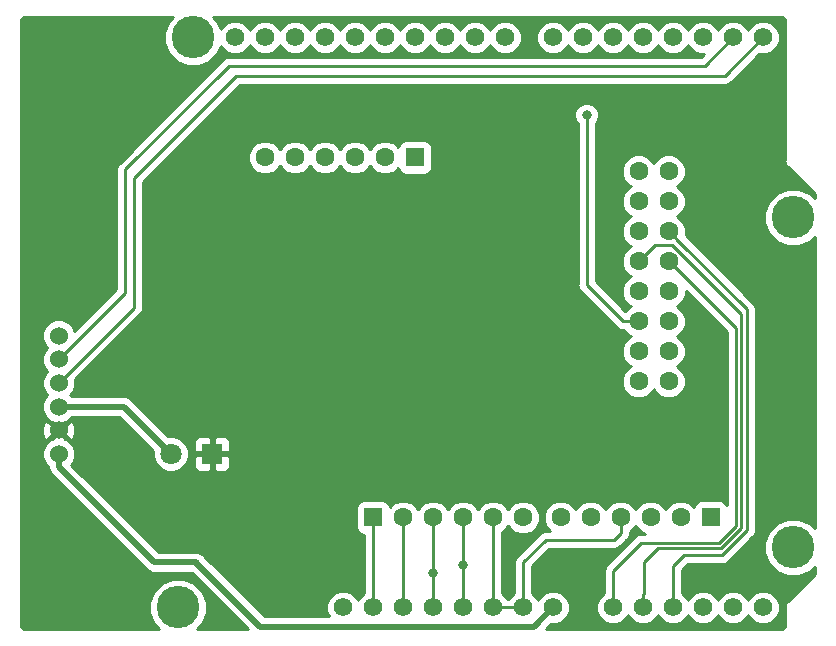
<source format=gbr>
G04 #@! TF.GenerationSoftware,KiCad,Pcbnew,(5.0.2)-1*
G04 #@! TF.CreationDate,2019-07-25T17:15:10-07:00*
G04 #@! TF.ProjectId,Arduino_uno_sheild,41726475-696e-46f5-9f75-6e6f5f736865,rev?*
G04 #@! TF.SameCoordinates,Original*
G04 #@! TF.FileFunction,Copper,L2,Bot*
G04 #@! TF.FilePolarity,Positive*
%FSLAX46Y46*%
G04 Gerber Fmt 4.6, Leading zero omitted, Abs format (unit mm)*
G04 Created by KiCad (PCBNEW (5.0.2)-1) date 7/25/2019 5:15:10 PM*
%MOMM*%
%LPD*%
G01*
G04 APERTURE LIST*
G04 #@! TA.AperFunction,ComponentPad*
%ADD10C,1.524000*%
G04 #@! TD*
G04 #@! TA.AperFunction,ComponentPad*
%ADD11C,1.560000*%
G04 #@! TD*
G04 #@! TA.AperFunction,WasherPad*
%ADD12C,3.600000*%
G04 #@! TD*
G04 #@! TA.AperFunction,ComponentPad*
%ADD13C,1.600000*%
G04 #@! TD*
G04 #@! TA.AperFunction,ComponentPad*
%ADD14R,1.600000X1.600000*%
G04 #@! TD*
G04 #@! TA.AperFunction,ComponentPad*
%ADD15C,1.800000*%
G04 #@! TD*
G04 #@! TA.AperFunction,ComponentPad*
%ADD16R,1.800000X1.800000*%
G04 #@! TD*
G04 #@! TA.AperFunction,ViaPad*
%ADD17C,0.800000*%
G04 #@! TD*
G04 #@! TA.AperFunction,Conductor*
%ADD18C,0.250000*%
G04 #@! TD*
G04 #@! TA.AperFunction,Conductor*
%ADD19C,0.500000*%
G04 #@! TD*
G04 #@! TA.AperFunction,Conductor*
%ADD20C,0.254000*%
G04 #@! TD*
G04 APERTURE END LIST*
D10*
G04 #@! TO.P,J5,1*
G04 #@! TO.N,+12V*
X3860800Y15544800D03*
G04 #@! TO.P,J5,2*
G04 #@! TO.N,+5V*
X3860800Y17544800D03*
G04 #@! TO.P,J5,3*
G04 #@! TO.N,GND*
X3860800Y19544800D03*
G04 #@! TO.P,J5,4*
G04 #@! TO.N,/RX*
X3860800Y21544800D03*
G04 #@! TO.P,J5,5*
G04 #@! TO.N,/TX*
X3860800Y23544800D03*
G04 #@! TO.P,J5,6*
G04 #@! TO.N,Net-(J5-Pad6)*
X3860800Y25544800D03*
G04 #@! TD*
D11*
G04 #@! TO.P,A1,31*
G04 #@! TO.N,Net-(A1-Pad31)*
X27940000Y2540000D03*
G04 #@! TO.P,A1,20*
G04 #@! TO.N,/IOREF*
X30480000Y2540000D03*
G04 #@! TO.P,A1,21*
G04 #@! TO.N,/RESET*
X33020000Y2540000D03*
G04 #@! TO.P,A1,22*
G04 #@! TO.N,/3.3V*
X35560000Y2540000D03*
G04 #@! TO.P,A1,23*
G04 #@! TO.N,/5V*
X38100000Y2540000D03*
G04 #@! TO.P,A1,24*
G04 #@! TO.N,GND*
X40640000Y2540000D03*
G04 #@! TO.P,A1,25*
X43180000Y2540000D03*
G04 #@! TO.P,A1,26*
G04 #@! TO.N,+12V*
X45720000Y2540000D03*
G04 #@! TO.P,A1,14*
G04 #@! TO.N,/A*
X50800000Y2540000D03*
G04 #@! TO.P,A1,15*
G04 #@! TO.N,/B*
X53340000Y2540000D03*
G04 #@! TO.P,A1,16*
G04 #@! TO.N,/C*
X55880000Y2540000D03*
G04 #@! TO.P,A1,17*
G04 #@! TO.N,/A3*
X58420000Y2540000D03*
G04 #@! TO.P,A1,18*
G04 #@! TO.N,/A4*
X60960000Y2540000D03*
G04 #@! TO.P,A1,19*
G04 #@! TO.N,/A5*
X63500000Y2540000D03*
G04 #@! TO.P,A1,30*
G04 #@! TO.N,/SCL*
X18796000Y50800000D03*
G04 #@! TO.P,A1,29*
G04 #@! TO.N,/SDA*
X21336000Y50800000D03*
G04 #@! TO.P,A1,28*
G04 #@! TO.N,/AREF*
X23876000Y50800000D03*
G04 #@! TO.P,A1,27*
G04 #@! TO.N,GND*
X26416000Y50800000D03*
G04 #@! TO.P,A1,13*
G04 #@! TO.N,/SCK*
X28956000Y50800000D03*
G04 #@! TO.P,A1,12*
G04 #@! TO.N,/MISO*
X31496000Y50800000D03*
G04 #@! TO.P,A1,11*
G04 #@! TO.N,/MOSI*
X34036000Y50800000D03*
G04 #@! TO.P,A1,10*
G04 #@! TO.N,/LAT*
X36576000Y50800000D03*
G04 #@! TO.P,A1,9*
G04 #@! TO.N,/OE*
X39116000Y50800000D03*
G04 #@! TO.P,A1,8*
G04 #@! TO.N,/CLK*
X41656000Y50800000D03*
G04 #@! TO.P,A1,7*
G04 #@! TO.N,/B2*
X45720000Y50800000D03*
G04 #@! TO.P,A1,6*
G04 #@! TO.N,/G2*
X48260000Y50800000D03*
G04 #@! TO.P,A1,5*
G04 #@! TO.N,/R2*
X50800000Y50800000D03*
G04 #@! TO.P,A1,4*
G04 #@! TO.N,/B1*
X53340000Y50800000D03*
G04 #@! TO.P,A1,3*
G04 #@! TO.N,/G1*
X55880000Y50800000D03*
G04 #@! TO.P,A1,2*
G04 #@! TO.N,/R1*
X58420000Y50800000D03*
G04 #@! TO.P,A1,1*
G04 #@! TO.N,/TX*
X60960000Y50800000D03*
G04 #@! TO.P,A1,0*
G04 #@! TO.N,/RX*
X63500000Y50800000D03*
D12*
G04 #@! TO.P,A1,*
G04 #@! TO.N,*
X15240000Y50800000D03*
X66040000Y35560000D03*
X66040000Y7620000D03*
X13970000Y2540000D03*
G04 #@! TD*
D13*
G04 #@! TO.P,J1,1*
G04 #@! TO.N,/R1*
X55524400Y21691600D03*
G04 #@! TO.P,J1,2*
G04 #@! TO.N,/G1*
X52984400Y21691600D03*
G04 #@! TO.P,J1,3*
G04 #@! TO.N,/B1*
X55524400Y24231600D03*
G04 #@! TO.P,J1,4*
G04 #@! TO.N,GND*
X52984400Y24231600D03*
G04 #@! TO.P,J1,5*
G04 #@! TO.N,/R2*
X55524400Y26771600D03*
G04 #@! TO.P,J1,6*
G04 #@! TO.N,/G2*
X52984400Y26771600D03*
G04 #@! TO.P,J1,7*
G04 #@! TO.N,/B2*
X55524400Y29311600D03*
G04 #@! TO.P,J1,8*
G04 #@! TO.N,GND*
X52984400Y29311600D03*
G04 #@! TO.P,J1,9*
G04 #@! TO.N,/A*
X55524400Y31851600D03*
G04 #@! TO.P,J1,10*
G04 #@! TO.N,/B*
X52984400Y31851600D03*
G04 #@! TO.P,J1,11*
G04 #@! TO.N,/C*
X55524400Y34391600D03*
G04 #@! TO.P,J1,12*
G04 #@! TO.N,GND*
X52984400Y34391600D03*
G04 #@! TO.P,J1,13*
G04 #@! TO.N,/CLK*
X55524400Y36931600D03*
G04 #@! TO.P,J1,14*
G04 #@! TO.N,/LAT*
X52984400Y36931600D03*
G04 #@! TO.P,J1,15*
G04 #@! TO.N,/OE*
X55524400Y39471600D03*
G04 #@! TO.P,J1,16*
G04 #@! TO.N,GND*
X52984400Y39471600D03*
G04 #@! TD*
G04 #@! TO.P,J2,6*
G04 #@! TO.N,/SDA*
X46355000Y10160000D03*
G04 #@! TO.P,J2,5*
G04 #@! TO.N,/SCL*
X48895000Y10160000D03*
G04 #@! TO.P,J2,4*
G04 #@! TO.N,GND*
X51435000Y10160000D03*
G04 #@! TO.P,J2,3*
G04 #@! TO.N,/A3*
X53975000Y10160000D03*
G04 #@! TO.P,J2,2*
G04 #@! TO.N,/A4*
X56515000Y10160000D03*
D14*
G04 #@! TO.P,J2,1*
G04 #@! TO.N,/A5*
X59055000Y10160000D03*
G04 #@! TD*
D13*
G04 #@! TO.P,J3,6*
G04 #@! TO.N,Net-(J3-Pad6)*
X43180000Y10160000D03*
G04 #@! TO.P,J3,5*
G04 #@! TO.N,GND*
X40640000Y10160000D03*
G04 #@! TO.P,J3,4*
G04 #@! TO.N,/5V*
X38100000Y10160000D03*
G04 #@! TO.P,J3,3*
G04 #@! TO.N,/3.3V*
X35560000Y10160000D03*
G04 #@! TO.P,J3,2*
G04 #@! TO.N,/RESET*
X33020000Y10160000D03*
D14*
G04 #@! TO.P,J3,1*
G04 #@! TO.N,/IOREF*
X30480000Y10160000D03*
G04 #@! TD*
D13*
G04 #@! TO.P,J4,6*
G04 #@! TO.N,Net-(J4-Pad6)*
X21336000Y40640000D03*
G04 #@! TO.P,J4,5*
G04 #@! TO.N,/AREF*
X23876000Y40640000D03*
G04 #@! TO.P,J4,4*
G04 #@! TO.N,GND*
X26416000Y40640000D03*
G04 #@! TO.P,J4,3*
G04 #@! TO.N,/SCK*
X28956000Y40640000D03*
G04 #@! TO.P,J4,2*
G04 #@! TO.N,/MISO*
X31496000Y40640000D03*
D14*
G04 #@! TO.P,J4,1*
G04 #@! TO.N,/MOSI*
X34036000Y40640000D03*
G04 #@! TD*
D15*
G04 #@! TO.P,J6,2*
G04 #@! TO.N,GND*
X13365600Y15544800D03*
D16*
G04 #@! TO.P,J6,1*
G04 #@! TO.N,+5V*
X16865600Y15544800D03*
G04 #@! TD*
D17*
G04 #@! TO.N,/G2*
X48564800Y44246800D03*
G04 #@! TO.N,/5V*
X38100000Y6096000D03*
G04 #@! TO.N,/3.3V*
X35560000Y5435600D03*
G04 #@! TD*
D18*
G04 #@! TO.N,/RX*
X63500000Y50800000D02*
X60248800Y47548800D01*
X60248800Y47548800D02*
X18897600Y47548800D01*
X18897600Y47548800D02*
X10210800Y38862000D01*
X10210800Y27894800D02*
X3860800Y21544800D01*
X10210800Y38862000D02*
X10210800Y27894800D01*
G04 #@! TO.N,/TX*
X58572400Y48412400D02*
X18288000Y48412400D01*
X60960000Y50800000D02*
X58572400Y48412400D01*
X18288000Y48412400D02*
X9499600Y39624000D01*
X9499600Y29183600D02*
X3860800Y23544800D01*
X9499600Y39624000D02*
X9499600Y29183600D01*
G04 #@! TO.N,/G2*
X48564800Y44246800D02*
X48564800Y29870400D01*
X51663600Y26771600D02*
X52984400Y26771600D01*
X48564800Y29870400D02*
X51663600Y26771600D01*
G04 #@! TO.N,GND*
X40640000Y9028630D02*
X40640000Y2540000D01*
X40640000Y10160000D02*
X40640000Y9028630D01*
X40640000Y2540000D02*
X43180000Y2540000D01*
X43180000Y2540000D02*
X43180000Y6350000D01*
X43180000Y6350000D02*
X45085000Y8255000D01*
X45085000Y8255000D02*
X50863500Y8255000D01*
X51435000Y8826500D02*
X51435000Y10160000D01*
X50863500Y8255000D02*
X51435000Y8826500D01*
D19*
X9365600Y19544800D02*
X13365600Y15544800D01*
X3860800Y19544800D02*
X9365600Y19544800D01*
D18*
G04 #@! TO.N,/C*
X55880000Y2540000D02*
X55880000Y6045200D01*
X55880000Y6045200D02*
X56794400Y6959600D01*
X56324399Y33591601D02*
X55524400Y34391600D01*
X62114020Y27801980D02*
X56324399Y33591601D01*
X62114020Y9076000D02*
X62114020Y27801980D01*
X59997618Y6959600D02*
X62114020Y9076000D01*
X56794400Y6959600D02*
X59997618Y6959600D01*
G04 #@! TO.N,/B*
X53340000Y3643086D02*
X53390800Y3693886D01*
X53340000Y2540000D02*
X53340000Y3643086D01*
X53390800Y6350000D02*
X54617190Y7576390D01*
X53390800Y3693886D02*
X53390800Y6350000D01*
X61664010Y27376992D02*
X55817802Y33223200D01*
X61664010Y9262400D02*
X61664010Y27376992D01*
X54617190Y7576390D02*
X59978001Y7576391D01*
X59978001Y7576391D02*
X61664010Y9262400D01*
X54356000Y33223200D02*
X52984400Y31851600D01*
X55817802Y33223200D02*
X54356000Y33223200D01*
G04 #@! TO.N,/A*
X50800000Y2540000D02*
X50800000Y5638800D01*
X50800000Y5638800D02*
X53187600Y8026400D01*
X53187600Y8026400D02*
X59791600Y8026400D01*
X59791600Y8026400D02*
X61214000Y9448800D01*
X61214000Y26162000D02*
X55524400Y31851600D01*
X61214000Y9448800D02*
X61214000Y26162000D01*
D19*
G04 #@! TO.N,+12V*
X44094400Y914400D02*
X45720000Y2540000D01*
X20929600Y914400D02*
X44094400Y914400D01*
X15494000Y6350000D02*
X15595600Y6248400D01*
X11977970Y6350000D02*
X15494000Y6350000D01*
X3860800Y14467170D02*
X11977970Y6350000D01*
X3860800Y15544800D02*
X3860800Y14467170D01*
X15595600Y6248400D02*
X20929600Y914400D01*
D18*
G04 #@! TO.N,/5V*
X38100000Y10160000D02*
X38100000Y9028630D01*
X38100000Y9028630D02*
X38100000Y6096000D01*
X38100000Y6096000D02*
X38100000Y2540000D01*
G04 #@! TO.N,/3.3V*
X35560000Y5435600D02*
X35560000Y2540000D01*
X35560000Y10160000D02*
X35560000Y5435600D01*
G04 #@! TO.N,/RESET*
X33020000Y2540000D02*
X33020000Y10160000D01*
G04 #@! TO.N,/IOREF*
X30480000Y2540000D02*
X30480000Y10160000D01*
G04 #@! TD*
D20*
G04 #@! TO.N,+5V*
G36*
X13550229Y52553838D02*
X13175707Y52179316D01*
X12805000Y51284352D01*
X12805000Y50315648D01*
X13175707Y49420684D01*
X13860684Y48735707D01*
X14755648Y48365000D01*
X15724352Y48365000D01*
X16619316Y48735707D01*
X17304293Y49420684D01*
X17570020Y50062205D01*
X17596421Y49998467D01*
X17994467Y49600421D01*
X18514539Y49385000D01*
X19077461Y49385000D01*
X19597533Y49600421D01*
X19995579Y49998467D01*
X20066000Y50168478D01*
X20136421Y49998467D01*
X20534467Y49600421D01*
X21054539Y49385000D01*
X21617461Y49385000D01*
X22137533Y49600421D01*
X22535579Y49998467D01*
X22606000Y50168478D01*
X22676421Y49998467D01*
X23074467Y49600421D01*
X23594539Y49385000D01*
X24157461Y49385000D01*
X24677533Y49600421D01*
X25075579Y49998467D01*
X25146000Y50168478D01*
X25216421Y49998467D01*
X25614467Y49600421D01*
X26134539Y49385000D01*
X26697461Y49385000D01*
X27217533Y49600421D01*
X27615579Y49998467D01*
X27686000Y50168478D01*
X27756421Y49998467D01*
X28154467Y49600421D01*
X28674539Y49385000D01*
X29237461Y49385000D01*
X29757533Y49600421D01*
X30155579Y49998467D01*
X30226000Y50168478D01*
X30296421Y49998467D01*
X30694467Y49600421D01*
X31214539Y49385000D01*
X31777461Y49385000D01*
X32297533Y49600421D01*
X32695579Y49998467D01*
X32766000Y50168478D01*
X32836421Y49998467D01*
X33234467Y49600421D01*
X33754539Y49385000D01*
X34317461Y49385000D01*
X34837533Y49600421D01*
X35235579Y49998467D01*
X35306000Y50168478D01*
X35376421Y49998467D01*
X35774467Y49600421D01*
X36294539Y49385000D01*
X36857461Y49385000D01*
X37377533Y49600421D01*
X37775579Y49998467D01*
X37846000Y50168478D01*
X37916421Y49998467D01*
X38314467Y49600421D01*
X38834539Y49385000D01*
X39397461Y49385000D01*
X39917533Y49600421D01*
X40315579Y49998467D01*
X40386000Y50168478D01*
X40456421Y49998467D01*
X40854467Y49600421D01*
X41374539Y49385000D01*
X41937461Y49385000D01*
X42457533Y49600421D01*
X42855579Y49998467D01*
X43071000Y50518539D01*
X43071000Y51081461D01*
X42855579Y51601533D01*
X42457533Y51999579D01*
X41937461Y52215000D01*
X41374539Y52215000D01*
X40854467Y51999579D01*
X40456421Y51601533D01*
X40386000Y51431522D01*
X40315579Y51601533D01*
X39917533Y51999579D01*
X39397461Y52215000D01*
X38834539Y52215000D01*
X38314467Y51999579D01*
X37916421Y51601533D01*
X37846000Y51431522D01*
X37775579Y51601533D01*
X37377533Y51999579D01*
X36857461Y52215000D01*
X36294539Y52215000D01*
X35774467Y51999579D01*
X35376421Y51601533D01*
X35306000Y51431522D01*
X35235579Y51601533D01*
X34837533Y51999579D01*
X34317461Y52215000D01*
X33754539Y52215000D01*
X33234467Y51999579D01*
X32836421Y51601533D01*
X32766000Y51431522D01*
X32695579Y51601533D01*
X32297533Y51999579D01*
X31777461Y52215000D01*
X31214539Y52215000D01*
X30694467Y51999579D01*
X30296421Y51601533D01*
X30226000Y51431522D01*
X30155579Y51601533D01*
X29757533Y51999579D01*
X29237461Y52215000D01*
X28674539Y52215000D01*
X28154467Y51999579D01*
X27756421Y51601533D01*
X27686000Y51431522D01*
X27615579Y51601533D01*
X27217533Y51999579D01*
X26697461Y52215000D01*
X26134539Y52215000D01*
X25614467Y51999579D01*
X25216421Y51601533D01*
X25146000Y51431522D01*
X25075579Y51601533D01*
X24677533Y51999579D01*
X24157461Y52215000D01*
X23594539Y52215000D01*
X23074467Y51999579D01*
X22676421Y51601533D01*
X22606000Y51431522D01*
X22535579Y51601533D01*
X22137533Y51999579D01*
X21617461Y52215000D01*
X21054539Y52215000D01*
X20534467Y51999579D01*
X20136421Y51601533D01*
X20066000Y51431522D01*
X19995579Y51601533D01*
X19597533Y51999579D01*
X19077461Y52215000D01*
X18514539Y52215000D01*
X17994467Y51999579D01*
X17596421Y51601533D01*
X17570020Y51537795D01*
X17304293Y52179316D01*
X16933088Y52550521D01*
X65132252Y52503267D01*
X65330000Y52325293D01*
X65330001Y40455929D01*
X65316091Y40386000D01*
X65358673Y40171929D01*
X65371196Y40108972D01*
X65528120Y39874119D01*
X65587402Y39834508D01*
X67870000Y37551909D01*
X67870000Y37173609D01*
X67419316Y37624293D01*
X66524352Y37995000D01*
X65555648Y37995000D01*
X64660684Y37624293D01*
X63975707Y36939316D01*
X63605000Y36044352D01*
X63605000Y35075648D01*
X63975707Y34180684D01*
X64660684Y33495707D01*
X65555648Y33125000D01*
X66524352Y33125000D01*
X67419316Y33495707D01*
X67870000Y33946391D01*
X67870001Y9233608D01*
X67419316Y9684293D01*
X66524352Y10055000D01*
X65555648Y10055000D01*
X64660684Y9684293D01*
X63975707Y8999316D01*
X63605000Y8104352D01*
X63605000Y7135648D01*
X63975707Y6240684D01*
X64660684Y5555707D01*
X65555648Y5185000D01*
X66524352Y5185000D01*
X67419316Y5555707D01*
X67870001Y6006392D01*
X67870001Y5374092D01*
X65587402Y3091492D01*
X65528119Y3051880D01*
X65371195Y2817027D01*
X65330000Y2609926D01*
X65316091Y2540000D01*
X65330000Y2470075D01*
X65330001Y887707D01*
X65132549Y710000D01*
X45141578Y710000D01*
X45556579Y1125000D01*
X46001461Y1125000D01*
X46521533Y1340421D01*
X46919579Y1738467D01*
X47135000Y2258539D01*
X47135000Y2821461D01*
X46919579Y3341533D01*
X46521533Y3739579D01*
X46001461Y3955000D01*
X45438539Y3955000D01*
X44918467Y3739579D01*
X44520421Y3341533D01*
X44450000Y3171522D01*
X44379579Y3341533D01*
X43981533Y3739579D01*
X43940000Y3756783D01*
X43940000Y6035199D01*
X45399802Y7495000D01*
X50788653Y7495000D01*
X50863500Y7480112D01*
X50938347Y7495000D01*
X50938352Y7495000D01*
X51160037Y7539096D01*
X51411429Y7707071D01*
X51453831Y7770530D01*
X51919473Y8236171D01*
X51982929Y8278571D01*
X52150904Y8529963D01*
X52195000Y8751648D01*
X52195000Y8751652D01*
X52209888Y8826499D01*
X52195000Y8901346D01*
X52195000Y8921570D01*
X52247862Y8943466D01*
X52651534Y9347138D01*
X52705000Y9476216D01*
X52758466Y9347138D01*
X53162138Y8943466D01*
X53541328Y8786400D01*
X53262446Y8786400D01*
X53187599Y8801288D01*
X53112752Y8786400D01*
X53112748Y8786400D01*
X52891063Y8742304D01*
X52865166Y8725000D01*
X52703126Y8616729D01*
X52703124Y8616727D01*
X52639671Y8574329D01*
X52597273Y8510876D01*
X50315528Y6229129D01*
X50252072Y6186729D01*
X50209672Y6123273D01*
X50209671Y6123272D01*
X50084097Y5935337D01*
X50025112Y5638800D01*
X50040001Y5563948D01*
X50040000Y3756783D01*
X49998467Y3739579D01*
X49600421Y3341533D01*
X49385000Y2821461D01*
X49385000Y2258539D01*
X49600421Y1738467D01*
X49998467Y1340421D01*
X50518539Y1125000D01*
X51081461Y1125000D01*
X51601533Y1340421D01*
X51999579Y1738467D01*
X52070000Y1908478D01*
X52140421Y1738467D01*
X52538467Y1340421D01*
X53058539Y1125000D01*
X53621461Y1125000D01*
X54141533Y1340421D01*
X54539579Y1738467D01*
X54610000Y1908478D01*
X54680421Y1738467D01*
X55078467Y1340421D01*
X55598539Y1125000D01*
X56161461Y1125000D01*
X56681533Y1340421D01*
X57079579Y1738467D01*
X57150000Y1908478D01*
X57220421Y1738467D01*
X57618467Y1340421D01*
X58138539Y1125000D01*
X58701461Y1125000D01*
X59221533Y1340421D01*
X59619579Y1738467D01*
X59690000Y1908478D01*
X59760421Y1738467D01*
X60158467Y1340421D01*
X60678539Y1125000D01*
X61241461Y1125000D01*
X61761533Y1340421D01*
X62159579Y1738467D01*
X62230000Y1908478D01*
X62300421Y1738467D01*
X62698467Y1340421D01*
X63218539Y1125000D01*
X63781461Y1125000D01*
X64301533Y1340421D01*
X64699579Y1738467D01*
X64915000Y2258539D01*
X64915000Y2821461D01*
X64699579Y3341533D01*
X64301533Y3739579D01*
X63781461Y3955000D01*
X63218539Y3955000D01*
X62698467Y3739579D01*
X62300421Y3341533D01*
X62230000Y3171522D01*
X62159579Y3341533D01*
X61761533Y3739579D01*
X61241461Y3955000D01*
X60678539Y3955000D01*
X60158467Y3739579D01*
X59760421Y3341533D01*
X59690000Y3171522D01*
X59619579Y3341533D01*
X59221533Y3739579D01*
X58701461Y3955000D01*
X58138539Y3955000D01*
X57618467Y3739579D01*
X57220421Y3341533D01*
X57150000Y3171522D01*
X57079579Y3341533D01*
X56681533Y3739579D01*
X56640000Y3756783D01*
X56640000Y5730399D01*
X57109202Y6199600D01*
X59922771Y6199600D01*
X59997618Y6184712D01*
X60072466Y6199600D01*
X60072470Y6199600D01*
X60294155Y6243696D01*
X60545547Y6411671D01*
X60587949Y6475129D01*
X62598496Y8485673D01*
X62661949Y8528071D01*
X62704347Y8591524D01*
X62704349Y8591526D01*
X62805095Y8742304D01*
X62829924Y8779463D01*
X62874020Y9001148D01*
X62874020Y9001152D01*
X62888908Y9075999D01*
X62874020Y9150847D01*
X62874020Y27727132D01*
X62888908Y27801980D01*
X62874020Y27876828D01*
X62874020Y27876832D01*
X62829924Y28098517D01*
X62661949Y28349909D01*
X62598493Y28392309D01*
X56937503Y34053298D01*
X56959400Y34106161D01*
X56959400Y34677039D01*
X56740934Y35204462D01*
X56337262Y35608134D01*
X56208184Y35661600D01*
X56337262Y35715066D01*
X56740934Y36118738D01*
X56959400Y36646161D01*
X56959400Y37217039D01*
X56740934Y37744462D01*
X56337262Y38148134D01*
X56208184Y38201600D01*
X56337262Y38255066D01*
X56740934Y38658738D01*
X56959400Y39186161D01*
X56959400Y39757039D01*
X56740934Y40284462D01*
X56337262Y40688134D01*
X55809839Y40906600D01*
X55238961Y40906600D01*
X54711538Y40688134D01*
X54307866Y40284462D01*
X54254400Y40155384D01*
X54200934Y40284462D01*
X53797262Y40688134D01*
X53269839Y40906600D01*
X52698961Y40906600D01*
X52171538Y40688134D01*
X51767866Y40284462D01*
X51549400Y39757039D01*
X51549400Y39186161D01*
X51767866Y38658738D01*
X52171538Y38255066D01*
X52300616Y38201600D01*
X52171538Y38148134D01*
X51767866Y37744462D01*
X51549400Y37217039D01*
X51549400Y36646161D01*
X51767866Y36118738D01*
X52171538Y35715066D01*
X52300616Y35661600D01*
X52171538Y35608134D01*
X51767866Y35204462D01*
X51549400Y34677039D01*
X51549400Y34106161D01*
X51767866Y33578738D01*
X52171538Y33175066D01*
X52300616Y33121600D01*
X52171538Y33068134D01*
X51767866Y32664462D01*
X51549400Y32137039D01*
X51549400Y31566161D01*
X51767866Y31038738D01*
X52171538Y30635066D01*
X52300616Y30581600D01*
X52171538Y30528134D01*
X51767866Y30124462D01*
X51549400Y29597039D01*
X51549400Y29026161D01*
X51767866Y28498738D01*
X52171538Y28095066D01*
X52300616Y28041600D01*
X52171538Y27988134D01*
X51846703Y27663299D01*
X49324800Y30185201D01*
X49324800Y43543089D01*
X49442231Y43660520D01*
X49599800Y44040926D01*
X49599800Y44452674D01*
X49442231Y44833080D01*
X49151080Y45124231D01*
X48770674Y45281800D01*
X48358926Y45281800D01*
X47978520Y45124231D01*
X47687369Y44833080D01*
X47529800Y44452674D01*
X47529800Y44040926D01*
X47687369Y43660520D01*
X47804800Y43543089D01*
X47804801Y29945252D01*
X47789912Y29870400D01*
X47804801Y29795548D01*
X47848897Y29573863D01*
X48016872Y29322471D01*
X48080328Y29280071D01*
X51073271Y26287127D01*
X51115671Y26223671D01*
X51367063Y26055696D01*
X51588748Y26011600D01*
X51588753Y26011600D01*
X51663600Y25996712D01*
X51738447Y26011600D01*
X51745970Y26011600D01*
X51767866Y25958738D01*
X52171538Y25555066D01*
X52300616Y25501600D01*
X52171538Y25448134D01*
X51767866Y25044462D01*
X51549400Y24517039D01*
X51549400Y23946161D01*
X51767866Y23418738D01*
X52171538Y23015066D01*
X52300616Y22961600D01*
X52171538Y22908134D01*
X51767866Y22504462D01*
X51549400Y21977039D01*
X51549400Y21406161D01*
X51767866Y20878738D01*
X52171538Y20475066D01*
X52698961Y20256600D01*
X53269839Y20256600D01*
X53797262Y20475066D01*
X54200934Y20878738D01*
X54254400Y21007816D01*
X54307866Y20878738D01*
X54711538Y20475066D01*
X55238961Y20256600D01*
X55809839Y20256600D01*
X56337262Y20475066D01*
X56740934Y20878738D01*
X56959400Y21406161D01*
X56959400Y21977039D01*
X56740934Y22504462D01*
X56337262Y22908134D01*
X56208184Y22961600D01*
X56337262Y23015066D01*
X56740934Y23418738D01*
X56959400Y23946161D01*
X56959400Y24517039D01*
X56740934Y25044462D01*
X56337262Y25448134D01*
X56208184Y25501600D01*
X56337262Y25555066D01*
X56740934Y25958738D01*
X56959400Y26486161D01*
X56959400Y27057039D01*
X56740934Y27584462D01*
X56337262Y27988134D01*
X56208184Y28041600D01*
X56337262Y28095066D01*
X56740934Y28498738D01*
X56959400Y29026161D01*
X56959400Y29341798D01*
X60454001Y25847196D01*
X60454000Y11203526D01*
X60453157Y11207765D01*
X60312809Y11417809D01*
X60102765Y11558157D01*
X59855000Y11607440D01*
X58255000Y11607440D01*
X58007235Y11558157D01*
X57797191Y11417809D01*
X57656843Y11207765D01*
X57630262Y11074134D01*
X57327862Y11376534D01*
X56800439Y11595000D01*
X56229561Y11595000D01*
X55702138Y11376534D01*
X55298466Y10972862D01*
X55245000Y10843784D01*
X55191534Y10972862D01*
X54787862Y11376534D01*
X54260439Y11595000D01*
X53689561Y11595000D01*
X53162138Y11376534D01*
X52758466Y10972862D01*
X52705000Y10843784D01*
X52651534Y10972862D01*
X52247862Y11376534D01*
X51720439Y11595000D01*
X51149561Y11595000D01*
X50622138Y11376534D01*
X50218466Y10972862D01*
X50165000Y10843784D01*
X50111534Y10972862D01*
X49707862Y11376534D01*
X49180439Y11595000D01*
X48609561Y11595000D01*
X48082138Y11376534D01*
X47678466Y10972862D01*
X47625000Y10843784D01*
X47571534Y10972862D01*
X47167862Y11376534D01*
X46640439Y11595000D01*
X46069561Y11595000D01*
X45542138Y11376534D01*
X45138466Y10972862D01*
X44920000Y10445439D01*
X44920000Y9874561D01*
X45138466Y9347138D01*
X45470604Y9015000D01*
X45159848Y9015000D01*
X45085000Y9029888D01*
X45010152Y9015000D01*
X45010148Y9015000D01*
X44836605Y8980480D01*
X44788462Y8970904D01*
X44683651Y8900871D01*
X44537071Y8802929D01*
X44494671Y8739473D01*
X42695528Y6940329D01*
X42632072Y6897929D01*
X42589672Y6834473D01*
X42589671Y6834472D01*
X42464097Y6646537D01*
X42405112Y6350000D01*
X42420001Y6275148D01*
X42420000Y3756783D01*
X42378467Y3739579D01*
X41980421Y3341533D01*
X41963217Y3300000D01*
X41856783Y3300000D01*
X41839579Y3341533D01*
X41441533Y3739579D01*
X41400000Y3756783D01*
X41400000Y8921570D01*
X41452862Y8943466D01*
X41856534Y9347138D01*
X41910000Y9476216D01*
X41963466Y9347138D01*
X42367138Y8943466D01*
X42894561Y8725000D01*
X43465439Y8725000D01*
X43992862Y8943466D01*
X44396534Y9347138D01*
X44615000Y9874561D01*
X44615000Y10445439D01*
X44396534Y10972862D01*
X43992862Y11376534D01*
X43465439Y11595000D01*
X42894561Y11595000D01*
X42367138Y11376534D01*
X41963466Y10972862D01*
X41910000Y10843784D01*
X41856534Y10972862D01*
X41452862Y11376534D01*
X40925439Y11595000D01*
X40354561Y11595000D01*
X39827138Y11376534D01*
X39423466Y10972862D01*
X39370000Y10843784D01*
X39316534Y10972862D01*
X38912862Y11376534D01*
X38385439Y11595000D01*
X37814561Y11595000D01*
X37287138Y11376534D01*
X36883466Y10972862D01*
X36830000Y10843784D01*
X36776534Y10972862D01*
X36372862Y11376534D01*
X35845439Y11595000D01*
X35274561Y11595000D01*
X34747138Y11376534D01*
X34343466Y10972862D01*
X34290000Y10843784D01*
X34236534Y10972862D01*
X33832862Y11376534D01*
X33305439Y11595000D01*
X32734561Y11595000D01*
X32207138Y11376534D01*
X31904738Y11074134D01*
X31878157Y11207765D01*
X31737809Y11417809D01*
X31527765Y11558157D01*
X31280000Y11607440D01*
X29680000Y11607440D01*
X29432235Y11558157D01*
X29222191Y11417809D01*
X29081843Y11207765D01*
X29032560Y10960000D01*
X29032560Y9360000D01*
X29081843Y9112235D01*
X29222191Y8902191D01*
X29432235Y8761843D01*
X29680000Y8712560D01*
X29720001Y8712560D01*
X29720000Y3756783D01*
X29678467Y3739579D01*
X29280421Y3341533D01*
X29210000Y3171522D01*
X29139579Y3341533D01*
X28741533Y3739579D01*
X28221461Y3955000D01*
X27658539Y3955000D01*
X27138467Y3739579D01*
X26740421Y3341533D01*
X26525000Y2821461D01*
X26525000Y2258539D01*
X26715182Y1799400D01*
X21296179Y1799400D01*
X16181425Y6914153D01*
X16132049Y6988049D01*
X15839310Y7183652D01*
X15581165Y7235000D01*
X15581161Y7235000D01*
X15494000Y7252337D01*
X15406839Y7235000D01*
X12344549Y7235000D01*
X4935603Y14643946D01*
X5045120Y14753463D01*
X5257800Y15266919D01*
X5257800Y15822681D01*
X5045120Y16336137D01*
X4652137Y16729120D01*
X4387089Y16838906D01*
X3860800Y17365195D01*
X3334511Y16838906D01*
X3069463Y16729120D01*
X2676480Y16336137D01*
X2463800Y15822681D01*
X2463800Y15266919D01*
X2676480Y14753463D01*
X2959178Y14470765D01*
X2958463Y14467170D01*
X3027148Y14121861D01*
X3173376Y13903016D01*
X3173378Y13903014D01*
X3222752Y13829121D01*
X3296645Y13779747D01*
X11290547Y5785844D01*
X11339921Y5711951D01*
X11413814Y5662577D01*
X11413815Y5662576D01*
X11491975Y5610351D01*
X11632660Y5516348D01*
X11890805Y5465000D01*
X11890809Y5465000D01*
X11977970Y5447663D01*
X12065131Y5465000D01*
X15127422Y5465000D01*
X19882421Y710000D01*
X15583609Y710000D01*
X16034293Y1160684D01*
X16405000Y2055648D01*
X16405000Y3024352D01*
X16034293Y3919316D01*
X15349316Y4604293D01*
X14454352Y4975000D01*
X13485648Y4975000D01*
X12590684Y4604293D01*
X11905707Y3919316D01*
X11535000Y3024352D01*
X11535000Y2055648D01*
X11905707Y1160684D01*
X12356391Y710000D01*
X929091Y710000D01*
X710000Y929091D01*
X710000Y17752498D01*
X2451656Y17752498D01*
X2479438Y17197432D01*
X2638403Y16813657D01*
X2880587Y16744192D01*
X3681195Y17544800D01*
X4040405Y17544800D01*
X4841013Y16744192D01*
X5083197Y16813657D01*
X5269944Y17337102D01*
X5242162Y17892168D01*
X5083197Y18275943D01*
X4841013Y18345408D01*
X4040405Y17544800D01*
X3681195Y17544800D01*
X2880587Y18345408D01*
X2638403Y18275943D01*
X2451656Y17752498D01*
X710000Y17752498D01*
X710000Y25822681D01*
X2463800Y25822681D01*
X2463800Y25266919D01*
X2676480Y24753463D01*
X2885143Y24544800D01*
X2676480Y24336137D01*
X2463800Y23822681D01*
X2463800Y23266919D01*
X2676480Y22753463D01*
X2885143Y22544800D01*
X2676480Y22336137D01*
X2463800Y21822681D01*
X2463800Y21266919D01*
X2676480Y20753463D01*
X2885143Y20544800D01*
X2676480Y20336137D01*
X2463800Y19822681D01*
X2463800Y19266919D01*
X2676480Y18753463D01*
X3069463Y18360480D01*
X3334511Y18250694D01*
X3860800Y17724405D01*
X4387089Y18250694D01*
X4652137Y18360480D01*
X4951457Y18659800D01*
X8999022Y18659800D01*
X11830600Y15828221D01*
X11830600Y15239470D01*
X12064290Y14675293D01*
X12496093Y14243490D01*
X13060270Y14009800D01*
X13670930Y14009800D01*
X14235107Y14243490D01*
X14666910Y14675293D01*
X14900600Y15239470D01*
X14900600Y15259050D01*
X15330600Y15259050D01*
X15330600Y14518490D01*
X15427273Y14285101D01*
X15605902Y14106473D01*
X15839291Y14009800D01*
X16579850Y14009800D01*
X16738600Y14168550D01*
X16738600Y15417800D01*
X16992600Y15417800D01*
X16992600Y14168550D01*
X17151350Y14009800D01*
X17891909Y14009800D01*
X18125298Y14106473D01*
X18303927Y14285101D01*
X18400600Y14518490D01*
X18400600Y15259050D01*
X18241850Y15417800D01*
X16992600Y15417800D01*
X16738600Y15417800D01*
X15489350Y15417800D01*
X15330600Y15259050D01*
X14900600Y15259050D01*
X14900600Y15850130D01*
X14666910Y16414307D01*
X14510107Y16571110D01*
X15330600Y16571110D01*
X15330600Y15830550D01*
X15489350Y15671800D01*
X16738600Y15671800D01*
X16738600Y16921050D01*
X16992600Y16921050D01*
X16992600Y15671800D01*
X18241850Y15671800D01*
X18400600Y15830550D01*
X18400600Y16571110D01*
X18303927Y16804499D01*
X18125298Y16983127D01*
X17891909Y17079800D01*
X17151350Y17079800D01*
X16992600Y16921050D01*
X16738600Y16921050D01*
X16579850Y17079800D01*
X15839291Y17079800D01*
X15605902Y16983127D01*
X15427273Y16804499D01*
X15330600Y16571110D01*
X14510107Y16571110D01*
X14235107Y16846110D01*
X13670930Y17079800D01*
X13082179Y17079800D01*
X10053025Y20108953D01*
X10003649Y20182849D01*
X9710910Y20378452D01*
X9452765Y20429800D01*
X9452761Y20429800D01*
X9365600Y20447137D01*
X9278439Y20429800D01*
X4951457Y20429800D01*
X4836457Y20544800D01*
X5045120Y20753463D01*
X5257800Y21266919D01*
X5257800Y21822681D01*
X5244820Y21854018D01*
X10695273Y27304471D01*
X10758729Y27346871D01*
X10926704Y27598263D01*
X10970800Y27819948D01*
X10970800Y27819952D01*
X10985688Y27894799D01*
X10970800Y27969646D01*
X10970800Y38547199D01*
X13349040Y40925439D01*
X19901000Y40925439D01*
X19901000Y40354561D01*
X20119466Y39827138D01*
X20523138Y39423466D01*
X21050561Y39205000D01*
X21621439Y39205000D01*
X22148862Y39423466D01*
X22552534Y39827138D01*
X22606000Y39956216D01*
X22659466Y39827138D01*
X23063138Y39423466D01*
X23590561Y39205000D01*
X24161439Y39205000D01*
X24688862Y39423466D01*
X25092534Y39827138D01*
X25146000Y39956216D01*
X25199466Y39827138D01*
X25603138Y39423466D01*
X26130561Y39205000D01*
X26701439Y39205000D01*
X27228862Y39423466D01*
X27632534Y39827138D01*
X27686000Y39956216D01*
X27739466Y39827138D01*
X28143138Y39423466D01*
X28670561Y39205000D01*
X29241439Y39205000D01*
X29768862Y39423466D01*
X30172534Y39827138D01*
X30226000Y39956216D01*
X30279466Y39827138D01*
X30683138Y39423466D01*
X31210561Y39205000D01*
X31781439Y39205000D01*
X32308862Y39423466D01*
X32611262Y39725866D01*
X32637843Y39592235D01*
X32778191Y39382191D01*
X32988235Y39241843D01*
X33236000Y39192560D01*
X34836000Y39192560D01*
X35083765Y39241843D01*
X35293809Y39382191D01*
X35434157Y39592235D01*
X35483440Y39840000D01*
X35483440Y41440000D01*
X35434157Y41687765D01*
X35293809Y41897809D01*
X35083765Y42038157D01*
X34836000Y42087440D01*
X33236000Y42087440D01*
X32988235Y42038157D01*
X32778191Y41897809D01*
X32637843Y41687765D01*
X32611262Y41554134D01*
X32308862Y41856534D01*
X31781439Y42075000D01*
X31210561Y42075000D01*
X30683138Y41856534D01*
X30279466Y41452862D01*
X30226000Y41323784D01*
X30172534Y41452862D01*
X29768862Y41856534D01*
X29241439Y42075000D01*
X28670561Y42075000D01*
X28143138Y41856534D01*
X27739466Y41452862D01*
X27686000Y41323784D01*
X27632534Y41452862D01*
X27228862Y41856534D01*
X26701439Y42075000D01*
X26130561Y42075000D01*
X25603138Y41856534D01*
X25199466Y41452862D01*
X25146000Y41323784D01*
X25092534Y41452862D01*
X24688862Y41856534D01*
X24161439Y42075000D01*
X23590561Y42075000D01*
X23063138Y41856534D01*
X22659466Y41452862D01*
X22606000Y41323784D01*
X22552534Y41452862D01*
X22148862Y41856534D01*
X21621439Y42075000D01*
X21050561Y42075000D01*
X20523138Y41856534D01*
X20119466Y41452862D01*
X19901000Y40925439D01*
X13349040Y40925439D01*
X19212403Y46788800D01*
X60173953Y46788800D01*
X60248800Y46773912D01*
X60323647Y46788800D01*
X60323652Y46788800D01*
X60545337Y46832896D01*
X60796729Y47000871D01*
X60839131Y47064330D01*
X63177005Y49402204D01*
X63218539Y49385000D01*
X63781461Y49385000D01*
X64301533Y49600421D01*
X64699579Y49998467D01*
X64915000Y50518539D01*
X64915000Y51081461D01*
X64699579Y51601533D01*
X64301533Y51999579D01*
X63781461Y52215000D01*
X63218539Y52215000D01*
X62698467Y51999579D01*
X62300421Y51601533D01*
X62230000Y51431522D01*
X62159579Y51601533D01*
X61761533Y51999579D01*
X61241461Y52215000D01*
X60678539Y52215000D01*
X60158467Y51999579D01*
X59760421Y51601533D01*
X59690000Y51431522D01*
X59619579Y51601533D01*
X59221533Y51999579D01*
X58701461Y52215000D01*
X58138539Y52215000D01*
X57618467Y51999579D01*
X57220421Y51601533D01*
X57150000Y51431522D01*
X57079579Y51601533D01*
X56681533Y51999579D01*
X56161461Y52215000D01*
X55598539Y52215000D01*
X55078467Y51999579D01*
X54680421Y51601533D01*
X54610000Y51431522D01*
X54539579Y51601533D01*
X54141533Y51999579D01*
X53621461Y52215000D01*
X53058539Y52215000D01*
X52538467Y51999579D01*
X52140421Y51601533D01*
X52070000Y51431522D01*
X51999579Y51601533D01*
X51601533Y51999579D01*
X51081461Y52215000D01*
X50518539Y52215000D01*
X49998467Y51999579D01*
X49600421Y51601533D01*
X49530000Y51431522D01*
X49459579Y51601533D01*
X49061533Y51999579D01*
X48541461Y52215000D01*
X47978539Y52215000D01*
X47458467Y51999579D01*
X47060421Y51601533D01*
X46990000Y51431522D01*
X46919579Y51601533D01*
X46521533Y51999579D01*
X46001461Y52215000D01*
X45438539Y52215000D01*
X44918467Y51999579D01*
X44520421Y51601533D01*
X44305000Y51081461D01*
X44305000Y50518539D01*
X44520421Y49998467D01*
X44918467Y49600421D01*
X45438539Y49385000D01*
X46001461Y49385000D01*
X46521533Y49600421D01*
X46919579Y49998467D01*
X46990000Y50168478D01*
X47060421Y49998467D01*
X47458467Y49600421D01*
X47978539Y49385000D01*
X48541461Y49385000D01*
X49061533Y49600421D01*
X49459579Y49998467D01*
X49530000Y50168478D01*
X49600421Y49998467D01*
X49998467Y49600421D01*
X50518539Y49385000D01*
X51081461Y49385000D01*
X51601533Y49600421D01*
X51999579Y49998467D01*
X52070000Y50168478D01*
X52140421Y49998467D01*
X52538467Y49600421D01*
X53058539Y49385000D01*
X53621461Y49385000D01*
X54141533Y49600421D01*
X54539579Y49998467D01*
X54610000Y50168478D01*
X54680421Y49998467D01*
X55078467Y49600421D01*
X55598539Y49385000D01*
X56161461Y49385000D01*
X56681533Y49600421D01*
X57079579Y49998467D01*
X57150000Y50168478D01*
X57220421Y49998467D01*
X57618467Y49600421D01*
X58138539Y49385000D01*
X58470199Y49385000D01*
X58257599Y49172400D01*
X18362846Y49172400D01*
X18287999Y49187288D01*
X18213152Y49172400D01*
X18213148Y49172400D01*
X17991463Y49128304D01*
X17991461Y49128303D01*
X17991462Y49128303D01*
X17803526Y49002729D01*
X17803524Y49002727D01*
X17740071Y48960329D01*
X17697673Y48896876D01*
X9015130Y40214331D01*
X8951671Y40171929D01*
X8783696Y39920536D01*
X8739600Y39698851D01*
X8739600Y39698847D01*
X8724712Y39624000D01*
X8739600Y39549153D01*
X8739601Y29498404D01*
X5201002Y25959804D01*
X5045120Y26336137D01*
X4652137Y26729120D01*
X4138681Y26941800D01*
X3582919Y26941800D01*
X3069463Y26729120D01*
X2676480Y26336137D01*
X2463800Y25822681D01*
X710000Y25822681D01*
X710000Y52388794D01*
X907155Y52566233D01*
X13550229Y52553838D01*
X13550229Y52553838D01*
G37*
X13550229Y52553838D02*
X13175707Y52179316D01*
X12805000Y51284352D01*
X12805000Y50315648D01*
X13175707Y49420684D01*
X13860684Y48735707D01*
X14755648Y48365000D01*
X15724352Y48365000D01*
X16619316Y48735707D01*
X17304293Y49420684D01*
X17570020Y50062205D01*
X17596421Y49998467D01*
X17994467Y49600421D01*
X18514539Y49385000D01*
X19077461Y49385000D01*
X19597533Y49600421D01*
X19995579Y49998467D01*
X20066000Y50168478D01*
X20136421Y49998467D01*
X20534467Y49600421D01*
X21054539Y49385000D01*
X21617461Y49385000D01*
X22137533Y49600421D01*
X22535579Y49998467D01*
X22606000Y50168478D01*
X22676421Y49998467D01*
X23074467Y49600421D01*
X23594539Y49385000D01*
X24157461Y49385000D01*
X24677533Y49600421D01*
X25075579Y49998467D01*
X25146000Y50168478D01*
X25216421Y49998467D01*
X25614467Y49600421D01*
X26134539Y49385000D01*
X26697461Y49385000D01*
X27217533Y49600421D01*
X27615579Y49998467D01*
X27686000Y50168478D01*
X27756421Y49998467D01*
X28154467Y49600421D01*
X28674539Y49385000D01*
X29237461Y49385000D01*
X29757533Y49600421D01*
X30155579Y49998467D01*
X30226000Y50168478D01*
X30296421Y49998467D01*
X30694467Y49600421D01*
X31214539Y49385000D01*
X31777461Y49385000D01*
X32297533Y49600421D01*
X32695579Y49998467D01*
X32766000Y50168478D01*
X32836421Y49998467D01*
X33234467Y49600421D01*
X33754539Y49385000D01*
X34317461Y49385000D01*
X34837533Y49600421D01*
X35235579Y49998467D01*
X35306000Y50168478D01*
X35376421Y49998467D01*
X35774467Y49600421D01*
X36294539Y49385000D01*
X36857461Y49385000D01*
X37377533Y49600421D01*
X37775579Y49998467D01*
X37846000Y50168478D01*
X37916421Y49998467D01*
X38314467Y49600421D01*
X38834539Y49385000D01*
X39397461Y49385000D01*
X39917533Y49600421D01*
X40315579Y49998467D01*
X40386000Y50168478D01*
X40456421Y49998467D01*
X40854467Y49600421D01*
X41374539Y49385000D01*
X41937461Y49385000D01*
X42457533Y49600421D01*
X42855579Y49998467D01*
X43071000Y50518539D01*
X43071000Y51081461D01*
X42855579Y51601533D01*
X42457533Y51999579D01*
X41937461Y52215000D01*
X41374539Y52215000D01*
X40854467Y51999579D01*
X40456421Y51601533D01*
X40386000Y51431522D01*
X40315579Y51601533D01*
X39917533Y51999579D01*
X39397461Y52215000D01*
X38834539Y52215000D01*
X38314467Y51999579D01*
X37916421Y51601533D01*
X37846000Y51431522D01*
X37775579Y51601533D01*
X37377533Y51999579D01*
X36857461Y52215000D01*
X36294539Y52215000D01*
X35774467Y51999579D01*
X35376421Y51601533D01*
X35306000Y51431522D01*
X35235579Y51601533D01*
X34837533Y51999579D01*
X34317461Y52215000D01*
X33754539Y52215000D01*
X33234467Y51999579D01*
X32836421Y51601533D01*
X32766000Y51431522D01*
X32695579Y51601533D01*
X32297533Y51999579D01*
X31777461Y52215000D01*
X31214539Y52215000D01*
X30694467Y51999579D01*
X30296421Y51601533D01*
X30226000Y51431522D01*
X30155579Y51601533D01*
X29757533Y51999579D01*
X29237461Y52215000D01*
X28674539Y52215000D01*
X28154467Y51999579D01*
X27756421Y51601533D01*
X27686000Y51431522D01*
X27615579Y51601533D01*
X27217533Y51999579D01*
X26697461Y52215000D01*
X26134539Y52215000D01*
X25614467Y51999579D01*
X25216421Y51601533D01*
X25146000Y51431522D01*
X25075579Y51601533D01*
X24677533Y51999579D01*
X24157461Y52215000D01*
X23594539Y52215000D01*
X23074467Y51999579D01*
X22676421Y51601533D01*
X22606000Y51431522D01*
X22535579Y51601533D01*
X22137533Y51999579D01*
X21617461Y52215000D01*
X21054539Y52215000D01*
X20534467Y51999579D01*
X20136421Y51601533D01*
X20066000Y51431522D01*
X19995579Y51601533D01*
X19597533Y51999579D01*
X19077461Y52215000D01*
X18514539Y52215000D01*
X17994467Y51999579D01*
X17596421Y51601533D01*
X17570020Y51537795D01*
X17304293Y52179316D01*
X16933088Y52550521D01*
X65132252Y52503267D01*
X65330000Y52325293D01*
X65330001Y40455929D01*
X65316091Y40386000D01*
X65358673Y40171929D01*
X65371196Y40108972D01*
X65528120Y39874119D01*
X65587402Y39834508D01*
X67870000Y37551909D01*
X67870000Y37173609D01*
X67419316Y37624293D01*
X66524352Y37995000D01*
X65555648Y37995000D01*
X64660684Y37624293D01*
X63975707Y36939316D01*
X63605000Y36044352D01*
X63605000Y35075648D01*
X63975707Y34180684D01*
X64660684Y33495707D01*
X65555648Y33125000D01*
X66524352Y33125000D01*
X67419316Y33495707D01*
X67870000Y33946391D01*
X67870001Y9233608D01*
X67419316Y9684293D01*
X66524352Y10055000D01*
X65555648Y10055000D01*
X64660684Y9684293D01*
X63975707Y8999316D01*
X63605000Y8104352D01*
X63605000Y7135648D01*
X63975707Y6240684D01*
X64660684Y5555707D01*
X65555648Y5185000D01*
X66524352Y5185000D01*
X67419316Y5555707D01*
X67870001Y6006392D01*
X67870001Y5374092D01*
X65587402Y3091492D01*
X65528119Y3051880D01*
X65371195Y2817027D01*
X65330000Y2609926D01*
X65316091Y2540000D01*
X65330000Y2470075D01*
X65330001Y887707D01*
X65132549Y710000D01*
X45141578Y710000D01*
X45556579Y1125000D01*
X46001461Y1125000D01*
X46521533Y1340421D01*
X46919579Y1738467D01*
X47135000Y2258539D01*
X47135000Y2821461D01*
X46919579Y3341533D01*
X46521533Y3739579D01*
X46001461Y3955000D01*
X45438539Y3955000D01*
X44918467Y3739579D01*
X44520421Y3341533D01*
X44450000Y3171522D01*
X44379579Y3341533D01*
X43981533Y3739579D01*
X43940000Y3756783D01*
X43940000Y6035199D01*
X45399802Y7495000D01*
X50788653Y7495000D01*
X50863500Y7480112D01*
X50938347Y7495000D01*
X50938352Y7495000D01*
X51160037Y7539096D01*
X51411429Y7707071D01*
X51453831Y7770530D01*
X51919473Y8236171D01*
X51982929Y8278571D01*
X52150904Y8529963D01*
X52195000Y8751648D01*
X52195000Y8751652D01*
X52209888Y8826499D01*
X52195000Y8901346D01*
X52195000Y8921570D01*
X52247862Y8943466D01*
X52651534Y9347138D01*
X52705000Y9476216D01*
X52758466Y9347138D01*
X53162138Y8943466D01*
X53541328Y8786400D01*
X53262446Y8786400D01*
X53187599Y8801288D01*
X53112752Y8786400D01*
X53112748Y8786400D01*
X52891063Y8742304D01*
X52865166Y8725000D01*
X52703126Y8616729D01*
X52703124Y8616727D01*
X52639671Y8574329D01*
X52597273Y8510876D01*
X50315528Y6229129D01*
X50252072Y6186729D01*
X50209672Y6123273D01*
X50209671Y6123272D01*
X50084097Y5935337D01*
X50025112Y5638800D01*
X50040001Y5563948D01*
X50040000Y3756783D01*
X49998467Y3739579D01*
X49600421Y3341533D01*
X49385000Y2821461D01*
X49385000Y2258539D01*
X49600421Y1738467D01*
X49998467Y1340421D01*
X50518539Y1125000D01*
X51081461Y1125000D01*
X51601533Y1340421D01*
X51999579Y1738467D01*
X52070000Y1908478D01*
X52140421Y1738467D01*
X52538467Y1340421D01*
X53058539Y1125000D01*
X53621461Y1125000D01*
X54141533Y1340421D01*
X54539579Y1738467D01*
X54610000Y1908478D01*
X54680421Y1738467D01*
X55078467Y1340421D01*
X55598539Y1125000D01*
X56161461Y1125000D01*
X56681533Y1340421D01*
X57079579Y1738467D01*
X57150000Y1908478D01*
X57220421Y1738467D01*
X57618467Y1340421D01*
X58138539Y1125000D01*
X58701461Y1125000D01*
X59221533Y1340421D01*
X59619579Y1738467D01*
X59690000Y1908478D01*
X59760421Y1738467D01*
X60158467Y1340421D01*
X60678539Y1125000D01*
X61241461Y1125000D01*
X61761533Y1340421D01*
X62159579Y1738467D01*
X62230000Y1908478D01*
X62300421Y1738467D01*
X62698467Y1340421D01*
X63218539Y1125000D01*
X63781461Y1125000D01*
X64301533Y1340421D01*
X64699579Y1738467D01*
X64915000Y2258539D01*
X64915000Y2821461D01*
X64699579Y3341533D01*
X64301533Y3739579D01*
X63781461Y3955000D01*
X63218539Y3955000D01*
X62698467Y3739579D01*
X62300421Y3341533D01*
X62230000Y3171522D01*
X62159579Y3341533D01*
X61761533Y3739579D01*
X61241461Y3955000D01*
X60678539Y3955000D01*
X60158467Y3739579D01*
X59760421Y3341533D01*
X59690000Y3171522D01*
X59619579Y3341533D01*
X59221533Y3739579D01*
X58701461Y3955000D01*
X58138539Y3955000D01*
X57618467Y3739579D01*
X57220421Y3341533D01*
X57150000Y3171522D01*
X57079579Y3341533D01*
X56681533Y3739579D01*
X56640000Y3756783D01*
X56640000Y5730399D01*
X57109202Y6199600D01*
X59922771Y6199600D01*
X59997618Y6184712D01*
X60072466Y6199600D01*
X60072470Y6199600D01*
X60294155Y6243696D01*
X60545547Y6411671D01*
X60587949Y6475129D01*
X62598496Y8485673D01*
X62661949Y8528071D01*
X62704347Y8591524D01*
X62704349Y8591526D01*
X62805095Y8742304D01*
X62829924Y8779463D01*
X62874020Y9001148D01*
X62874020Y9001152D01*
X62888908Y9075999D01*
X62874020Y9150847D01*
X62874020Y27727132D01*
X62888908Y27801980D01*
X62874020Y27876828D01*
X62874020Y27876832D01*
X62829924Y28098517D01*
X62661949Y28349909D01*
X62598493Y28392309D01*
X56937503Y34053298D01*
X56959400Y34106161D01*
X56959400Y34677039D01*
X56740934Y35204462D01*
X56337262Y35608134D01*
X56208184Y35661600D01*
X56337262Y35715066D01*
X56740934Y36118738D01*
X56959400Y36646161D01*
X56959400Y37217039D01*
X56740934Y37744462D01*
X56337262Y38148134D01*
X56208184Y38201600D01*
X56337262Y38255066D01*
X56740934Y38658738D01*
X56959400Y39186161D01*
X56959400Y39757039D01*
X56740934Y40284462D01*
X56337262Y40688134D01*
X55809839Y40906600D01*
X55238961Y40906600D01*
X54711538Y40688134D01*
X54307866Y40284462D01*
X54254400Y40155384D01*
X54200934Y40284462D01*
X53797262Y40688134D01*
X53269839Y40906600D01*
X52698961Y40906600D01*
X52171538Y40688134D01*
X51767866Y40284462D01*
X51549400Y39757039D01*
X51549400Y39186161D01*
X51767866Y38658738D01*
X52171538Y38255066D01*
X52300616Y38201600D01*
X52171538Y38148134D01*
X51767866Y37744462D01*
X51549400Y37217039D01*
X51549400Y36646161D01*
X51767866Y36118738D01*
X52171538Y35715066D01*
X52300616Y35661600D01*
X52171538Y35608134D01*
X51767866Y35204462D01*
X51549400Y34677039D01*
X51549400Y34106161D01*
X51767866Y33578738D01*
X52171538Y33175066D01*
X52300616Y33121600D01*
X52171538Y33068134D01*
X51767866Y32664462D01*
X51549400Y32137039D01*
X51549400Y31566161D01*
X51767866Y31038738D01*
X52171538Y30635066D01*
X52300616Y30581600D01*
X52171538Y30528134D01*
X51767866Y30124462D01*
X51549400Y29597039D01*
X51549400Y29026161D01*
X51767866Y28498738D01*
X52171538Y28095066D01*
X52300616Y28041600D01*
X52171538Y27988134D01*
X51846703Y27663299D01*
X49324800Y30185201D01*
X49324800Y43543089D01*
X49442231Y43660520D01*
X49599800Y44040926D01*
X49599800Y44452674D01*
X49442231Y44833080D01*
X49151080Y45124231D01*
X48770674Y45281800D01*
X48358926Y45281800D01*
X47978520Y45124231D01*
X47687369Y44833080D01*
X47529800Y44452674D01*
X47529800Y44040926D01*
X47687369Y43660520D01*
X47804800Y43543089D01*
X47804801Y29945252D01*
X47789912Y29870400D01*
X47804801Y29795548D01*
X47848897Y29573863D01*
X48016872Y29322471D01*
X48080328Y29280071D01*
X51073271Y26287127D01*
X51115671Y26223671D01*
X51367063Y26055696D01*
X51588748Y26011600D01*
X51588753Y26011600D01*
X51663600Y25996712D01*
X51738447Y26011600D01*
X51745970Y26011600D01*
X51767866Y25958738D01*
X52171538Y25555066D01*
X52300616Y25501600D01*
X52171538Y25448134D01*
X51767866Y25044462D01*
X51549400Y24517039D01*
X51549400Y23946161D01*
X51767866Y23418738D01*
X52171538Y23015066D01*
X52300616Y22961600D01*
X52171538Y22908134D01*
X51767866Y22504462D01*
X51549400Y21977039D01*
X51549400Y21406161D01*
X51767866Y20878738D01*
X52171538Y20475066D01*
X52698961Y20256600D01*
X53269839Y20256600D01*
X53797262Y20475066D01*
X54200934Y20878738D01*
X54254400Y21007816D01*
X54307866Y20878738D01*
X54711538Y20475066D01*
X55238961Y20256600D01*
X55809839Y20256600D01*
X56337262Y20475066D01*
X56740934Y20878738D01*
X56959400Y21406161D01*
X56959400Y21977039D01*
X56740934Y22504462D01*
X56337262Y22908134D01*
X56208184Y22961600D01*
X56337262Y23015066D01*
X56740934Y23418738D01*
X56959400Y23946161D01*
X56959400Y24517039D01*
X56740934Y25044462D01*
X56337262Y25448134D01*
X56208184Y25501600D01*
X56337262Y25555066D01*
X56740934Y25958738D01*
X56959400Y26486161D01*
X56959400Y27057039D01*
X56740934Y27584462D01*
X56337262Y27988134D01*
X56208184Y28041600D01*
X56337262Y28095066D01*
X56740934Y28498738D01*
X56959400Y29026161D01*
X56959400Y29341798D01*
X60454001Y25847196D01*
X60454000Y11203526D01*
X60453157Y11207765D01*
X60312809Y11417809D01*
X60102765Y11558157D01*
X59855000Y11607440D01*
X58255000Y11607440D01*
X58007235Y11558157D01*
X57797191Y11417809D01*
X57656843Y11207765D01*
X57630262Y11074134D01*
X57327862Y11376534D01*
X56800439Y11595000D01*
X56229561Y11595000D01*
X55702138Y11376534D01*
X55298466Y10972862D01*
X55245000Y10843784D01*
X55191534Y10972862D01*
X54787862Y11376534D01*
X54260439Y11595000D01*
X53689561Y11595000D01*
X53162138Y11376534D01*
X52758466Y10972862D01*
X52705000Y10843784D01*
X52651534Y10972862D01*
X52247862Y11376534D01*
X51720439Y11595000D01*
X51149561Y11595000D01*
X50622138Y11376534D01*
X50218466Y10972862D01*
X50165000Y10843784D01*
X50111534Y10972862D01*
X49707862Y11376534D01*
X49180439Y11595000D01*
X48609561Y11595000D01*
X48082138Y11376534D01*
X47678466Y10972862D01*
X47625000Y10843784D01*
X47571534Y10972862D01*
X47167862Y11376534D01*
X46640439Y11595000D01*
X46069561Y11595000D01*
X45542138Y11376534D01*
X45138466Y10972862D01*
X44920000Y10445439D01*
X44920000Y9874561D01*
X45138466Y9347138D01*
X45470604Y9015000D01*
X45159848Y9015000D01*
X45085000Y9029888D01*
X45010152Y9015000D01*
X45010148Y9015000D01*
X44836605Y8980480D01*
X44788462Y8970904D01*
X44683651Y8900871D01*
X44537071Y8802929D01*
X44494671Y8739473D01*
X42695528Y6940329D01*
X42632072Y6897929D01*
X42589672Y6834473D01*
X42589671Y6834472D01*
X42464097Y6646537D01*
X42405112Y6350000D01*
X42420001Y6275148D01*
X42420000Y3756783D01*
X42378467Y3739579D01*
X41980421Y3341533D01*
X41963217Y3300000D01*
X41856783Y3300000D01*
X41839579Y3341533D01*
X41441533Y3739579D01*
X41400000Y3756783D01*
X41400000Y8921570D01*
X41452862Y8943466D01*
X41856534Y9347138D01*
X41910000Y9476216D01*
X41963466Y9347138D01*
X42367138Y8943466D01*
X42894561Y8725000D01*
X43465439Y8725000D01*
X43992862Y8943466D01*
X44396534Y9347138D01*
X44615000Y9874561D01*
X44615000Y10445439D01*
X44396534Y10972862D01*
X43992862Y11376534D01*
X43465439Y11595000D01*
X42894561Y11595000D01*
X42367138Y11376534D01*
X41963466Y10972862D01*
X41910000Y10843784D01*
X41856534Y10972862D01*
X41452862Y11376534D01*
X40925439Y11595000D01*
X40354561Y11595000D01*
X39827138Y11376534D01*
X39423466Y10972862D01*
X39370000Y10843784D01*
X39316534Y10972862D01*
X38912862Y11376534D01*
X38385439Y11595000D01*
X37814561Y11595000D01*
X37287138Y11376534D01*
X36883466Y10972862D01*
X36830000Y10843784D01*
X36776534Y10972862D01*
X36372862Y11376534D01*
X35845439Y11595000D01*
X35274561Y11595000D01*
X34747138Y11376534D01*
X34343466Y10972862D01*
X34290000Y10843784D01*
X34236534Y10972862D01*
X33832862Y11376534D01*
X33305439Y11595000D01*
X32734561Y11595000D01*
X32207138Y11376534D01*
X31904738Y11074134D01*
X31878157Y11207765D01*
X31737809Y11417809D01*
X31527765Y11558157D01*
X31280000Y11607440D01*
X29680000Y11607440D01*
X29432235Y11558157D01*
X29222191Y11417809D01*
X29081843Y11207765D01*
X29032560Y10960000D01*
X29032560Y9360000D01*
X29081843Y9112235D01*
X29222191Y8902191D01*
X29432235Y8761843D01*
X29680000Y8712560D01*
X29720001Y8712560D01*
X29720000Y3756783D01*
X29678467Y3739579D01*
X29280421Y3341533D01*
X29210000Y3171522D01*
X29139579Y3341533D01*
X28741533Y3739579D01*
X28221461Y3955000D01*
X27658539Y3955000D01*
X27138467Y3739579D01*
X26740421Y3341533D01*
X26525000Y2821461D01*
X26525000Y2258539D01*
X26715182Y1799400D01*
X21296179Y1799400D01*
X16181425Y6914153D01*
X16132049Y6988049D01*
X15839310Y7183652D01*
X15581165Y7235000D01*
X15581161Y7235000D01*
X15494000Y7252337D01*
X15406839Y7235000D01*
X12344549Y7235000D01*
X4935603Y14643946D01*
X5045120Y14753463D01*
X5257800Y15266919D01*
X5257800Y15822681D01*
X5045120Y16336137D01*
X4652137Y16729120D01*
X4387089Y16838906D01*
X3860800Y17365195D01*
X3334511Y16838906D01*
X3069463Y16729120D01*
X2676480Y16336137D01*
X2463800Y15822681D01*
X2463800Y15266919D01*
X2676480Y14753463D01*
X2959178Y14470765D01*
X2958463Y14467170D01*
X3027148Y14121861D01*
X3173376Y13903016D01*
X3173378Y13903014D01*
X3222752Y13829121D01*
X3296645Y13779747D01*
X11290547Y5785844D01*
X11339921Y5711951D01*
X11413814Y5662577D01*
X11413815Y5662576D01*
X11491975Y5610351D01*
X11632660Y5516348D01*
X11890805Y5465000D01*
X11890809Y5465000D01*
X11977970Y5447663D01*
X12065131Y5465000D01*
X15127422Y5465000D01*
X19882421Y710000D01*
X15583609Y710000D01*
X16034293Y1160684D01*
X16405000Y2055648D01*
X16405000Y3024352D01*
X16034293Y3919316D01*
X15349316Y4604293D01*
X14454352Y4975000D01*
X13485648Y4975000D01*
X12590684Y4604293D01*
X11905707Y3919316D01*
X11535000Y3024352D01*
X11535000Y2055648D01*
X11905707Y1160684D01*
X12356391Y710000D01*
X929091Y710000D01*
X710000Y929091D01*
X710000Y17752498D01*
X2451656Y17752498D01*
X2479438Y17197432D01*
X2638403Y16813657D01*
X2880587Y16744192D01*
X3681195Y17544800D01*
X4040405Y17544800D01*
X4841013Y16744192D01*
X5083197Y16813657D01*
X5269944Y17337102D01*
X5242162Y17892168D01*
X5083197Y18275943D01*
X4841013Y18345408D01*
X4040405Y17544800D01*
X3681195Y17544800D01*
X2880587Y18345408D01*
X2638403Y18275943D01*
X2451656Y17752498D01*
X710000Y17752498D01*
X710000Y25822681D01*
X2463800Y25822681D01*
X2463800Y25266919D01*
X2676480Y24753463D01*
X2885143Y24544800D01*
X2676480Y24336137D01*
X2463800Y23822681D01*
X2463800Y23266919D01*
X2676480Y22753463D01*
X2885143Y22544800D01*
X2676480Y22336137D01*
X2463800Y21822681D01*
X2463800Y21266919D01*
X2676480Y20753463D01*
X2885143Y20544800D01*
X2676480Y20336137D01*
X2463800Y19822681D01*
X2463800Y19266919D01*
X2676480Y18753463D01*
X3069463Y18360480D01*
X3334511Y18250694D01*
X3860800Y17724405D01*
X4387089Y18250694D01*
X4652137Y18360480D01*
X4951457Y18659800D01*
X8999022Y18659800D01*
X11830600Y15828221D01*
X11830600Y15239470D01*
X12064290Y14675293D01*
X12496093Y14243490D01*
X13060270Y14009800D01*
X13670930Y14009800D01*
X14235107Y14243490D01*
X14666910Y14675293D01*
X14900600Y15239470D01*
X14900600Y15259050D01*
X15330600Y15259050D01*
X15330600Y14518490D01*
X15427273Y14285101D01*
X15605902Y14106473D01*
X15839291Y14009800D01*
X16579850Y14009800D01*
X16738600Y14168550D01*
X16738600Y15417800D01*
X16992600Y15417800D01*
X16992600Y14168550D01*
X17151350Y14009800D01*
X17891909Y14009800D01*
X18125298Y14106473D01*
X18303927Y14285101D01*
X18400600Y14518490D01*
X18400600Y15259050D01*
X18241850Y15417800D01*
X16992600Y15417800D01*
X16738600Y15417800D01*
X15489350Y15417800D01*
X15330600Y15259050D01*
X14900600Y15259050D01*
X14900600Y15850130D01*
X14666910Y16414307D01*
X14510107Y16571110D01*
X15330600Y16571110D01*
X15330600Y15830550D01*
X15489350Y15671800D01*
X16738600Y15671800D01*
X16738600Y16921050D01*
X16992600Y16921050D01*
X16992600Y15671800D01*
X18241850Y15671800D01*
X18400600Y15830550D01*
X18400600Y16571110D01*
X18303927Y16804499D01*
X18125298Y16983127D01*
X17891909Y17079800D01*
X17151350Y17079800D01*
X16992600Y16921050D01*
X16738600Y16921050D01*
X16579850Y17079800D01*
X15839291Y17079800D01*
X15605902Y16983127D01*
X15427273Y16804499D01*
X15330600Y16571110D01*
X14510107Y16571110D01*
X14235107Y16846110D01*
X13670930Y17079800D01*
X13082179Y17079800D01*
X10053025Y20108953D01*
X10003649Y20182849D01*
X9710910Y20378452D01*
X9452765Y20429800D01*
X9452761Y20429800D01*
X9365600Y20447137D01*
X9278439Y20429800D01*
X4951457Y20429800D01*
X4836457Y20544800D01*
X5045120Y20753463D01*
X5257800Y21266919D01*
X5257800Y21822681D01*
X5244820Y21854018D01*
X10695273Y27304471D01*
X10758729Y27346871D01*
X10926704Y27598263D01*
X10970800Y27819948D01*
X10970800Y27819952D01*
X10985688Y27894799D01*
X10970800Y27969646D01*
X10970800Y38547199D01*
X13349040Y40925439D01*
X19901000Y40925439D01*
X19901000Y40354561D01*
X20119466Y39827138D01*
X20523138Y39423466D01*
X21050561Y39205000D01*
X21621439Y39205000D01*
X22148862Y39423466D01*
X22552534Y39827138D01*
X22606000Y39956216D01*
X22659466Y39827138D01*
X23063138Y39423466D01*
X23590561Y39205000D01*
X24161439Y39205000D01*
X24688862Y39423466D01*
X25092534Y39827138D01*
X25146000Y39956216D01*
X25199466Y39827138D01*
X25603138Y39423466D01*
X26130561Y39205000D01*
X26701439Y39205000D01*
X27228862Y39423466D01*
X27632534Y39827138D01*
X27686000Y39956216D01*
X27739466Y39827138D01*
X28143138Y39423466D01*
X28670561Y39205000D01*
X29241439Y39205000D01*
X29768862Y39423466D01*
X30172534Y39827138D01*
X30226000Y39956216D01*
X30279466Y39827138D01*
X30683138Y39423466D01*
X31210561Y39205000D01*
X31781439Y39205000D01*
X32308862Y39423466D01*
X32611262Y39725866D01*
X32637843Y39592235D01*
X32778191Y39382191D01*
X32988235Y39241843D01*
X33236000Y39192560D01*
X34836000Y39192560D01*
X35083765Y39241843D01*
X35293809Y39382191D01*
X35434157Y39592235D01*
X35483440Y39840000D01*
X35483440Y41440000D01*
X35434157Y41687765D01*
X35293809Y41897809D01*
X35083765Y42038157D01*
X34836000Y42087440D01*
X33236000Y42087440D01*
X32988235Y42038157D01*
X32778191Y41897809D01*
X32637843Y41687765D01*
X32611262Y41554134D01*
X32308862Y41856534D01*
X31781439Y42075000D01*
X31210561Y42075000D01*
X30683138Y41856534D01*
X30279466Y41452862D01*
X30226000Y41323784D01*
X30172534Y41452862D01*
X29768862Y41856534D01*
X29241439Y42075000D01*
X28670561Y42075000D01*
X28143138Y41856534D01*
X27739466Y41452862D01*
X27686000Y41323784D01*
X27632534Y41452862D01*
X27228862Y41856534D01*
X26701439Y42075000D01*
X26130561Y42075000D01*
X25603138Y41856534D01*
X25199466Y41452862D01*
X25146000Y41323784D01*
X25092534Y41452862D01*
X24688862Y41856534D01*
X24161439Y42075000D01*
X23590561Y42075000D01*
X23063138Y41856534D01*
X22659466Y41452862D01*
X22606000Y41323784D01*
X22552534Y41452862D01*
X22148862Y41856534D01*
X21621439Y42075000D01*
X21050561Y42075000D01*
X20523138Y41856534D01*
X20119466Y41452862D01*
X19901000Y40925439D01*
X13349040Y40925439D01*
X19212403Y46788800D01*
X60173953Y46788800D01*
X60248800Y46773912D01*
X60323647Y46788800D01*
X60323652Y46788800D01*
X60545337Y46832896D01*
X60796729Y47000871D01*
X60839131Y47064330D01*
X63177005Y49402204D01*
X63218539Y49385000D01*
X63781461Y49385000D01*
X64301533Y49600421D01*
X64699579Y49998467D01*
X64915000Y50518539D01*
X64915000Y51081461D01*
X64699579Y51601533D01*
X64301533Y51999579D01*
X63781461Y52215000D01*
X63218539Y52215000D01*
X62698467Y51999579D01*
X62300421Y51601533D01*
X62230000Y51431522D01*
X62159579Y51601533D01*
X61761533Y51999579D01*
X61241461Y52215000D01*
X60678539Y52215000D01*
X60158467Y51999579D01*
X59760421Y51601533D01*
X59690000Y51431522D01*
X59619579Y51601533D01*
X59221533Y51999579D01*
X58701461Y52215000D01*
X58138539Y52215000D01*
X57618467Y51999579D01*
X57220421Y51601533D01*
X57150000Y51431522D01*
X57079579Y51601533D01*
X56681533Y51999579D01*
X56161461Y52215000D01*
X55598539Y52215000D01*
X55078467Y51999579D01*
X54680421Y51601533D01*
X54610000Y51431522D01*
X54539579Y51601533D01*
X54141533Y51999579D01*
X53621461Y52215000D01*
X53058539Y52215000D01*
X52538467Y51999579D01*
X52140421Y51601533D01*
X52070000Y51431522D01*
X51999579Y51601533D01*
X51601533Y51999579D01*
X51081461Y52215000D01*
X50518539Y52215000D01*
X49998467Y51999579D01*
X49600421Y51601533D01*
X49530000Y51431522D01*
X49459579Y51601533D01*
X49061533Y51999579D01*
X48541461Y52215000D01*
X47978539Y52215000D01*
X47458467Y51999579D01*
X47060421Y51601533D01*
X46990000Y51431522D01*
X46919579Y51601533D01*
X46521533Y51999579D01*
X46001461Y52215000D01*
X45438539Y52215000D01*
X44918467Y51999579D01*
X44520421Y51601533D01*
X44305000Y51081461D01*
X44305000Y50518539D01*
X44520421Y49998467D01*
X44918467Y49600421D01*
X45438539Y49385000D01*
X46001461Y49385000D01*
X46521533Y49600421D01*
X46919579Y49998467D01*
X46990000Y50168478D01*
X47060421Y49998467D01*
X47458467Y49600421D01*
X47978539Y49385000D01*
X48541461Y49385000D01*
X49061533Y49600421D01*
X49459579Y49998467D01*
X49530000Y50168478D01*
X49600421Y49998467D01*
X49998467Y49600421D01*
X50518539Y49385000D01*
X51081461Y49385000D01*
X51601533Y49600421D01*
X51999579Y49998467D01*
X52070000Y50168478D01*
X52140421Y49998467D01*
X52538467Y49600421D01*
X53058539Y49385000D01*
X53621461Y49385000D01*
X54141533Y49600421D01*
X54539579Y49998467D01*
X54610000Y50168478D01*
X54680421Y49998467D01*
X55078467Y49600421D01*
X55598539Y49385000D01*
X56161461Y49385000D01*
X56681533Y49600421D01*
X57079579Y49998467D01*
X57150000Y50168478D01*
X57220421Y49998467D01*
X57618467Y49600421D01*
X58138539Y49385000D01*
X58470199Y49385000D01*
X58257599Y49172400D01*
X18362846Y49172400D01*
X18287999Y49187288D01*
X18213152Y49172400D01*
X18213148Y49172400D01*
X17991463Y49128304D01*
X17991461Y49128303D01*
X17991462Y49128303D01*
X17803526Y49002729D01*
X17803524Y49002727D01*
X17740071Y48960329D01*
X17697673Y48896876D01*
X9015130Y40214331D01*
X8951671Y40171929D01*
X8783696Y39920536D01*
X8739600Y39698851D01*
X8739600Y39698847D01*
X8724712Y39624000D01*
X8739600Y39549153D01*
X8739601Y29498404D01*
X5201002Y25959804D01*
X5045120Y26336137D01*
X4652137Y26729120D01*
X4138681Y26941800D01*
X3582919Y26941800D01*
X3069463Y26729120D01*
X2676480Y26336137D01*
X2463800Y25822681D01*
X710000Y25822681D01*
X710000Y52388794D01*
X907155Y52566233D01*
X13550229Y52553838D01*
G04 #@! TD*
M02*

</source>
